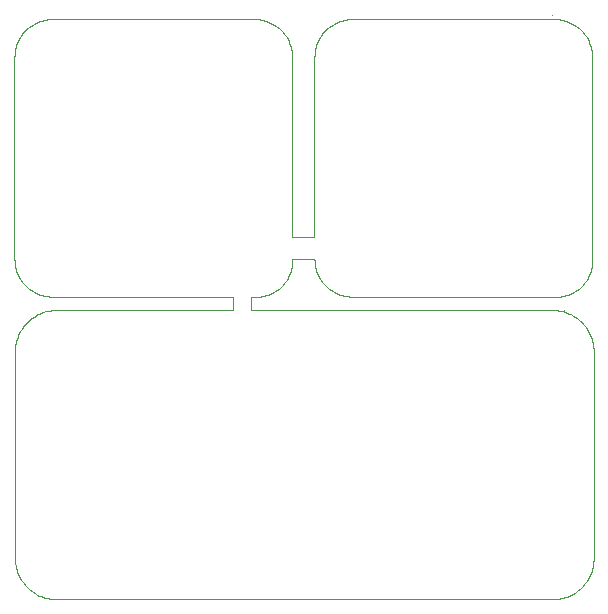
<source format=gbp>
G75*
G70*
%OFA0B0*%
%FSLAX24Y24*%
%IPPOS*%
%LPD*%
%AMOC8*
5,1,8,0,0,1.08239X$1,22.5*
%
%ADD10C,0.0000*%
D10*
X001489Y001583D02*
X001492Y001583D01*
X018027Y001583D01*
X018030Y001583D01*
X018027Y001583D02*
X018099Y001585D01*
X018171Y001591D01*
X018243Y001600D01*
X018314Y001613D01*
X018384Y001630D01*
X018453Y001650D01*
X018521Y001675D01*
X018587Y001702D01*
X018653Y001733D01*
X018716Y001768D01*
X018778Y001805D01*
X018837Y001846D01*
X018894Y001890D01*
X018949Y001937D01*
X019001Y001987D01*
X019051Y002039D01*
X019098Y002094D01*
X019142Y002151D01*
X019183Y002210D01*
X019220Y002272D01*
X019255Y002335D01*
X019286Y002401D01*
X019313Y002467D01*
X019338Y002535D01*
X019358Y002604D01*
X019375Y002674D01*
X019388Y002745D01*
X019397Y002817D01*
X019403Y002889D01*
X019405Y002961D01*
X019405Y009851D01*
X019403Y009923D01*
X019397Y009995D01*
X019388Y010067D01*
X019375Y010138D01*
X019358Y010208D01*
X019338Y010277D01*
X019313Y010345D01*
X019286Y010411D01*
X019255Y010477D01*
X019220Y010540D01*
X019183Y010602D01*
X019142Y010661D01*
X019098Y010718D01*
X019051Y010773D01*
X019001Y010825D01*
X018949Y010875D01*
X018894Y010922D01*
X018837Y010966D01*
X018778Y011007D01*
X018716Y011044D01*
X018653Y011079D01*
X018587Y011110D01*
X018521Y011137D01*
X018453Y011162D01*
X018384Y011182D01*
X018314Y011199D01*
X018243Y011212D01*
X018171Y011221D01*
X018099Y011227D01*
X018027Y011229D01*
X007988Y011229D01*
X007988Y011672D01*
X008100Y011672D01*
X007397Y011672D02*
X007397Y011229D01*
X001492Y011229D01*
X001489Y011229D01*
X001350Y011672D02*
X007397Y011672D01*
X008100Y011672D02*
X008166Y011670D01*
X008232Y011672D01*
X008298Y011678D01*
X008364Y011687D01*
X008429Y011700D01*
X008494Y011717D01*
X008557Y011737D01*
X008619Y011761D01*
X008679Y011788D01*
X008738Y011819D01*
X008796Y011853D01*
X008851Y011890D01*
X008904Y011930D01*
X008954Y011973D01*
X009003Y012018D01*
X009048Y012067D01*
X009091Y012117D01*
X009131Y012170D01*
X009168Y012225D01*
X009202Y012283D01*
X009233Y012342D01*
X009260Y012402D01*
X009284Y012464D01*
X009304Y012527D01*
X009321Y012592D01*
X009334Y012657D01*
X009343Y012723D01*
X009349Y012789D01*
X009351Y012855D01*
X009349Y012921D01*
X009350Y012922D02*
X010100Y012922D01*
X010100Y013672D02*
X010100Y019672D01*
X009350Y019672D02*
X009350Y013672D01*
X010100Y013672D01*
X010100Y012922D02*
X010102Y012854D01*
X010107Y012787D01*
X010116Y012720D01*
X010129Y012653D01*
X010146Y012588D01*
X010165Y012523D01*
X010189Y012459D01*
X010216Y012397D01*
X010246Y012336D01*
X010279Y012278D01*
X010315Y012221D01*
X010355Y012166D01*
X010397Y012113D01*
X010443Y012062D01*
X010490Y012015D01*
X010541Y011969D01*
X010594Y011927D01*
X010649Y011887D01*
X010706Y011851D01*
X010764Y011818D01*
X010825Y011788D01*
X010887Y011761D01*
X010951Y011737D01*
X011016Y011718D01*
X011081Y011701D01*
X011148Y011688D01*
X011215Y011679D01*
X011282Y011674D01*
X011350Y011672D01*
X018100Y011672D01*
X018421Y011229D02*
X018424Y011229D01*
X018100Y011672D02*
X018166Y011670D01*
X018232Y011672D01*
X018298Y011678D01*
X018364Y011687D01*
X018429Y011700D01*
X018494Y011717D01*
X018557Y011737D01*
X018619Y011761D01*
X018679Y011788D01*
X018738Y011819D01*
X018796Y011853D01*
X018851Y011890D01*
X018904Y011930D01*
X018954Y011973D01*
X019003Y012018D01*
X019048Y012067D01*
X019091Y012117D01*
X019131Y012170D01*
X019168Y012225D01*
X019202Y012283D01*
X019233Y012342D01*
X019260Y012402D01*
X019284Y012464D01*
X019304Y012527D01*
X019321Y012592D01*
X019334Y012657D01*
X019343Y012723D01*
X019349Y012789D01*
X019351Y012855D01*
X019349Y012921D01*
X019350Y012922D02*
X019350Y019672D01*
X019348Y019740D01*
X019343Y019807D01*
X019334Y019874D01*
X019321Y019941D01*
X019304Y020006D01*
X019285Y020071D01*
X019261Y020135D01*
X019234Y020197D01*
X019204Y020258D01*
X019171Y020316D01*
X019135Y020373D01*
X019095Y020428D01*
X019053Y020481D01*
X019007Y020532D01*
X018960Y020579D01*
X018909Y020625D01*
X018856Y020667D01*
X018801Y020707D01*
X018744Y020743D01*
X018686Y020776D01*
X018625Y020806D01*
X018563Y020833D01*
X018499Y020857D01*
X018434Y020876D01*
X018369Y020893D01*
X018302Y020906D01*
X018235Y020915D01*
X018168Y020920D01*
X018100Y020922D01*
X018137Y020922D02*
X011350Y020922D01*
X011282Y020920D01*
X011215Y020915D01*
X011148Y020906D01*
X011081Y020893D01*
X011016Y020876D01*
X010951Y020857D01*
X010887Y020833D01*
X010825Y020806D01*
X010764Y020776D01*
X010706Y020743D01*
X010649Y020707D01*
X010594Y020667D01*
X010541Y020625D01*
X010490Y020579D01*
X010443Y020532D01*
X010397Y020481D01*
X010355Y020428D01*
X010315Y020373D01*
X010279Y020316D01*
X010246Y020258D01*
X010216Y020197D01*
X010189Y020135D01*
X010165Y020071D01*
X010146Y020006D01*
X010129Y019941D01*
X010116Y019874D01*
X010107Y019807D01*
X010102Y019740D01*
X010100Y019672D01*
X009350Y019672D02*
X009348Y019740D01*
X009343Y019807D01*
X009334Y019874D01*
X009321Y019941D01*
X009304Y020006D01*
X009285Y020071D01*
X009261Y020135D01*
X009234Y020197D01*
X009204Y020258D01*
X009171Y020316D01*
X009135Y020373D01*
X009095Y020428D01*
X009053Y020481D01*
X009007Y020532D01*
X008960Y020579D01*
X008909Y020625D01*
X008856Y020667D01*
X008801Y020707D01*
X008744Y020743D01*
X008686Y020776D01*
X008625Y020806D01*
X008563Y020833D01*
X008499Y020857D01*
X008434Y020876D01*
X008369Y020893D01*
X008302Y020906D01*
X008235Y020915D01*
X008168Y020920D01*
X008100Y020922D01*
X001350Y020922D01*
X001282Y020920D01*
X001215Y020915D01*
X001148Y020906D01*
X001081Y020893D01*
X001016Y020876D01*
X000951Y020857D01*
X000887Y020833D01*
X000825Y020806D01*
X000764Y020776D01*
X000706Y020743D01*
X000649Y020707D01*
X000594Y020667D01*
X000541Y020625D01*
X000490Y020579D01*
X000443Y020532D01*
X000397Y020481D01*
X000355Y020428D01*
X000315Y020373D01*
X000279Y020316D01*
X000246Y020258D01*
X000216Y020197D01*
X000189Y020135D01*
X000165Y020071D01*
X000146Y020006D01*
X000129Y019941D01*
X000116Y019874D01*
X000107Y019807D01*
X000102Y019740D01*
X000100Y019672D01*
X000100Y012922D01*
X000102Y012854D01*
X000107Y012787D01*
X000116Y012720D01*
X000129Y012653D01*
X000146Y012588D01*
X000165Y012523D01*
X000189Y012459D01*
X000216Y012397D01*
X000246Y012336D01*
X000279Y012278D01*
X000315Y012221D01*
X000355Y012166D01*
X000397Y012113D01*
X000443Y012062D01*
X000490Y012015D01*
X000541Y011969D01*
X000594Y011927D01*
X000649Y011887D01*
X000706Y011851D01*
X000764Y011818D01*
X000825Y011788D01*
X000887Y011761D01*
X000951Y011737D01*
X001016Y011718D01*
X001081Y011701D01*
X001148Y011688D01*
X001215Y011679D01*
X001282Y011674D01*
X001350Y011672D01*
X001492Y011229D02*
X001420Y011227D01*
X001348Y011221D01*
X001276Y011212D01*
X001205Y011199D01*
X001135Y011182D01*
X001066Y011162D01*
X000998Y011137D01*
X000932Y011110D01*
X000866Y011079D01*
X000803Y011044D01*
X000741Y011007D01*
X000682Y010966D01*
X000625Y010922D01*
X000570Y010875D01*
X000518Y010825D01*
X000468Y010773D01*
X000421Y010718D01*
X000377Y010661D01*
X000336Y010602D01*
X000299Y010540D01*
X000264Y010477D01*
X000233Y010411D01*
X000206Y010345D01*
X000181Y010277D01*
X000161Y010208D01*
X000144Y010138D01*
X000131Y010067D01*
X000122Y009995D01*
X000116Y009923D01*
X000114Y009851D01*
X000114Y009854D01*
X000114Y009851D02*
X000114Y003001D01*
X000114Y002958D01*
X000113Y003001D02*
X000114Y002928D01*
X000119Y002854D01*
X000127Y002782D01*
X000140Y002710D01*
X000156Y002638D01*
X000175Y002568D01*
X000199Y002498D01*
X000226Y002430D01*
X000257Y002364D01*
X000291Y002299D01*
X000328Y002236D01*
X000369Y002175D01*
X000412Y002117D01*
X000459Y002060D01*
X000509Y002006D01*
X000561Y001955D01*
X000616Y001907D01*
X000673Y001862D01*
X000733Y001819D01*
X000795Y001780D01*
X000859Y001744D01*
X000924Y001712D01*
X000992Y001683D01*
X001060Y001658D01*
X001130Y001636D01*
X001201Y001618D01*
X001273Y001603D01*
X001345Y001593D01*
X001418Y001586D01*
X001491Y001583D01*
X018027Y021072D02*
X018030Y021072D01*
M02*

</source>
